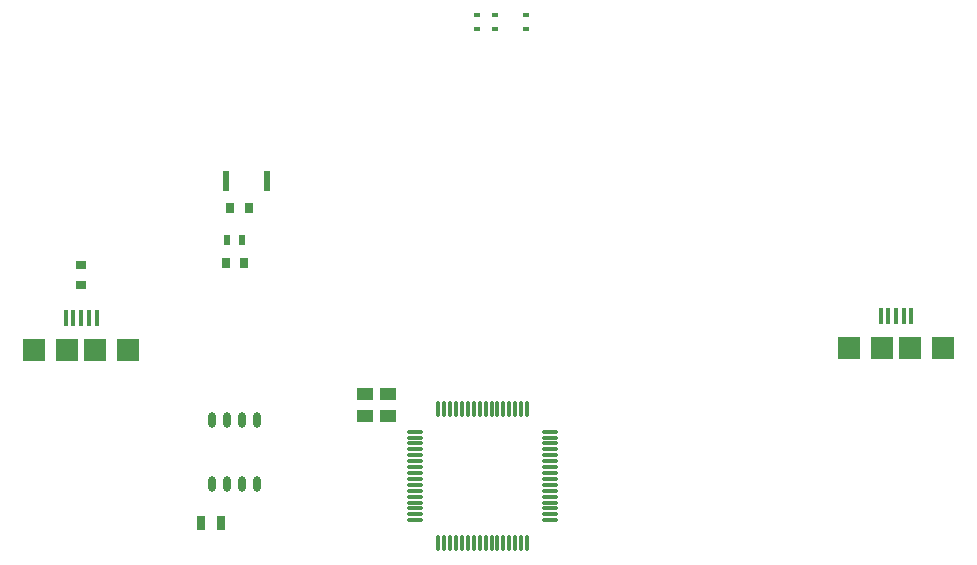
<source format=gtp>
G04*
G04 #@! TF.GenerationSoftware,Altium Limited,Altium Designer,22.3.1 (43)*
G04*
G04 Layer_Color=8421504*
%FSLAX44Y44*%
%MOMM*%
G71*
G04*
G04 #@! TF.SameCoordinates,6D1C2D26-131F-4FF1-9C2C-6AC643E27ED1*
G04*
G04*
G04 #@! TF.FilePolarity,Positive*
G04*
G01*
G75*
%ADD17R,1.3500X1.0000*%
%ADD18R,1.9000X1.9000*%
%ADD19R,0.4000X1.3500*%
%ADD20R,0.7000X1.2000*%
%ADD21R,0.5000X0.3500*%
%ADD22R,0.6000X1.7000*%
%ADD23R,0.6000X0.9000*%
%ADD24R,0.7000X0.9000*%
%ADD25O,1.4000X0.2700*%
%ADD26O,0.2700X1.4000*%
%ADD27O,0.6000X1.3500*%
%ADD28R,0.9000X0.8000*%
D17*
X-100000Y69000D02*
D03*
Y51000D02*
D03*
X-80000Y69000D02*
D03*
Y51000D02*
D03*
D18*
X389500Y108500D02*
D03*
X362000D02*
D03*
X338000D02*
D03*
X310500D02*
D03*
X-300500Y106625D02*
D03*
X-328000D02*
D03*
X-352000D02*
D03*
X-379500D02*
D03*
D19*
X363000Y135250D02*
D03*
X356500D02*
D03*
X350000D02*
D03*
X343500D02*
D03*
X337000D02*
D03*
X-327000Y133375D02*
D03*
X-333500D02*
D03*
X-340000D02*
D03*
X-346500D02*
D03*
X-353000D02*
D03*
D20*
X-221500Y-40000D02*
D03*
X-238500D02*
D03*
D21*
X-4676Y378756D02*
D03*
Y390256D02*
D03*
X10628D02*
D03*
Y378756D02*
D03*
X36471Y378756D02*
D03*
Y390256D02*
D03*
D22*
X-217000Y250000D02*
D03*
X-183000D02*
D03*
D23*
X-216500Y200000D02*
D03*
X-203500D02*
D03*
D24*
X-217750Y180000D02*
D03*
X-202250D02*
D03*
X-213621Y227040D02*
D03*
X-198121D02*
D03*
D25*
X57000Y27500D02*
D03*
Y32500D02*
D03*
Y22500D02*
D03*
Y37500D02*
D03*
Y2500D02*
D03*
Y7500D02*
D03*
Y-2500D02*
D03*
Y17500D02*
D03*
Y12500D02*
D03*
Y-17500D02*
D03*
Y-12500D02*
D03*
Y-7500D02*
D03*
Y-32500D02*
D03*
Y-27500D02*
D03*
Y-37500D02*
D03*
Y-22500D02*
D03*
X-57000Y-17500D02*
D03*
Y-22500D02*
D03*
Y17500D02*
D03*
Y22500D02*
D03*
Y12500D02*
D03*
Y32500D02*
D03*
Y37500D02*
D03*
Y27500D02*
D03*
Y-7500D02*
D03*
Y-2500D02*
D03*
Y-12500D02*
D03*
Y7500D02*
D03*
Y2500D02*
D03*
Y-32500D02*
D03*
Y-27500D02*
D03*
Y-37500D02*
D03*
D26*
X37500Y57000D02*
D03*
X7500D02*
D03*
X2500D02*
D03*
X12500D02*
D03*
X-7500D02*
D03*
X-12500D02*
D03*
X-2500D02*
D03*
X27500D02*
D03*
X22500D02*
D03*
X32500D02*
D03*
X17500D02*
D03*
X7500Y-57000D02*
D03*
X2500D02*
D03*
X12500D02*
D03*
X-7500D02*
D03*
X-2500D02*
D03*
X32500D02*
D03*
X27500D02*
D03*
X37500D02*
D03*
X17500D02*
D03*
X22500D02*
D03*
X-22500Y57000D02*
D03*
X-27500D02*
D03*
X-17500D02*
D03*
X-37500D02*
D03*
X-32500D02*
D03*
Y-57000D02*
D03*
X-27500D02*
D03*
X-17500D02*
D03*
X-22500D02*
D03*
X-12500D02*
D03*
X-37500D02*
D03*
D27*
X-190950Y47000D02*
D03*
X-203650D02*
D03*
X-216350D02*
D03*
X-229050D02*
D03*
X-190950Y-7000D02*
D03*
X-203650D02*
D03*
X-216350D02*
D03*
X-229050D02*
D03*
D28*
X-340000Y161750D02*
D03*
Y178250D02*
D03*
M02*

</source>
